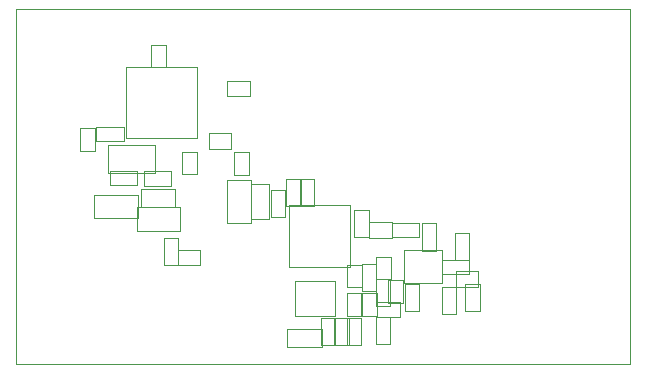
<source format=gbr>
G04 #@! TF.FileFunction,Other,User*
%FSLAX46Y46*%
G04 Gerber Fmt 4.6, Leading zero omitted, Abs format (unit mm)*
G04 Created by KiCad (PCBNEW 4.0.2+dfsg1-stable) date mar 08 gen 2019 08:49:04 CET*
%MOMM*%
G01*
G04 APERTURE LIST*
%ADD10C,0.100000*%
%ADD11C,0.050000*%
G04 APERTURE END LIST*
D10*
X173697120Y-70957440D02*
X121697120Y-70957440D01*
X173697120Y-100957440D02*
X173697120Y-70957440D01*
X121697120Y-100957440D02*
X173697120Y-100957440D01*
X121697120Y-70957440D02*
X121697120Y-100957440D01*
D11*
X160042240Y-93366960D02*
X157742240Y-93366960D01*
X160042240Y-92166960D02*
X157742240Y-92166960D01*
X160042240Y-93366960D02*
X160042240Y-92166960D01*
X157742240Y-93366960D02*
X157742240Y-92166960D01*
X141594140Y-88682300D02*
X141594140Y-85782300D01*
X143094140Y-88682300D02*
X143094140Y-85782300D01*
X141594140Y-88682300D02*
X143094140Y-88682300D01*
X141594140Y-85782300D02*
X143094140Y-85782300D01*
X135187202Y-87713456D02*
X132287202Y-87713456D01*
X135187202Y-86213456D02*
X132287202Y-86213456D01*
X135187202Y-87713456D02*
X135187202Y-86213456D01*
X132287202Y-87713456D02*
X132287202Y-86213456D01*
X156036720Y-91397280D02*
X156036720Y-89097280D01*
X157236720Y-91397280D02*
X157236720Y-89097280D01*
X156036720Y-91397280D02*
X157236720Y-91397280D01*
X156036720Y-89097280D02*
X157236720Y-89097280D01*
X144586400Y-87597440D02*
X144586400Y-85297440D01*
X145786400Y-87597440D02*
X145786400Y-85297440D01*
X144586400Y-87597440D02*
X145786400Y-87597440D01*
X144586400Y-85297440D02*
X145786400Y-85297440D01*
X144672960Y-98046920D02*
X147572960Y-98046920D01*
X144672960Y-99546920D02*
X147572960Y-99546920D01*
X144672960Y-98046920D02*
X144672960Y-99546920D01*
X147572960Y-98046920D02*
X147572960Y-99546920D01*
X145767500Y-87610140D02*
X145767500Y-85310140D01*
X146967500Y-87610140D02*
X146967500Y-85310140D01*
X145767500Y-87610140D02*
X146967500Y-87610140D01*
X145767500Y-85310140D02*
X146967500Y-85310140D01*
X150347120Y-90247840D02*
X150347120Y-87947840D01*
X151547120Y-90247840D02*
X151547120Y-87947840D01*
X150347120Y-90247840D02*
X151547120Y-90247840D01*
X150347120Y-87947840D02*
X151547120Y-87947840D01*
X150924820Y-97118600D02*
X150924820Y-99418600D01*
X149724820Y-97118600D02*
X149724820Y-99418600D01*
X150924820Y-97118600D02*
X149724820Y-97118600D01*
X150924820Y-99418600D02*
X149724820Y-99418600D01*
X149863100Y-97119780D02*
X149863100Y-99419780D01*
X148663100Y-97119780D02*
X148663100Y-99419780D01*
X149863100Y-97119780D02*
X148663100Y-97119780D01*
X149863100Y-99419780D02*
X148663100Y-99419780D01*
X150997360Y-94798340D02*
X150997360Y-92498340D01*
X152197360Y-94798340D02*
X152197360Y-92498340D01*
X150997360Y-94798340D02*
X152197360Y-94798340D01*
X150997360Y-92498340D02*
X152197360Y-92498340D01*
X153378460Y-97001760D02*
X153378460Y-99301760D01*
X152178460Y-97001760D02*
X152178460Y-99301760D01*
X153378460Y-97001760D02*
X152178460Y-97001760D01*
X153378460Y-99301760D02*
X152178460Y-99301760D01*
X152203860Y-96108980D02*
X152203860Y-93808980D01*
X153403860Y-96108980D02*
X153403860Y-93808980D01*
X152203860Y-96108980D02*
X153403860Y-96108980D01*
X152203860Y-93808980D02*
X153403860Y-93808980D01*
X148737880Y-97121140D02*
X148737880Y-99421140D01*
X147537880Y-97121140D02*
X147537880Y-99421140D01*
X148737880Y-97121140D02*
X147537880Y-97121140D01*
X148737880Y-99421140D02*
X147537880Y-99421140D01*
X139555980Y-89032300D02*
X139555980Y-85432300D01*
X141555980Y-89032300D02*
X141555980Y-85432300D01*
X139555980Y-89032300D02*
X141555980Y-89032300D01*
X139555980Y-85432300D02*
X141555980Y-85432300D01*
X143255440Y-88593400D02*
X143255440Y-86293400D01*
X144455440Y-88593400D02*
X144455440Y-86293400D01*
X143255440Y-88593400D02*
X144455440Y-88593400D01*
X143255440Y-86293400D02*
X144455440Y-86293400D01*
X155802980Y-90240220D02*
X153502980Y-90240220D01*
X155802980Y-89040220D02*
X153502980Y-89040220D01*
X155802980Y-90240220D02*
X155802980Y-89040220D01*
X153502980Y-90240220D02*
X153502980Y-89040220D01*
X158935980Y-94466840D02*
X158935980Y-96766840D01*
X157735980Y-94466840D02*
X157735980Y-96766840D01*
X158935980Y-94466840D02*
X157735980Y-94466840D01*
X158935980Y-96766840D02*
X157735980Y-96766840D01*
X154619400Y-96540780D02*
X154619400Y-94240780D01*
X155819400Y-96540780D02*
X155819400Y-94240780D01*
X154619400Y-96540780D02*
X155819400Y-96540780D01*
X154619400Y-94240780D02*
X155819400Y-94240780D01*
X135570222Y-89718596D02*
X131970222Y-89718596D01*
X135570222Y-87718596D02*
X131970222Y-87718596D01*
X135570222Y-89718596D02*
X135570222Y-87718596D01*
X131970222Y-89718596D02*
X131970222Y-87718596D01*
X158840880Y-92229220D02*
X158840880Y-89929220D01*
X160040880Y-92229220D02*
X160040880Y-89929220D01*
X158840880Y-92229220D02*
X160040880Y-92229220D01*
X158840880Y-89929220D02*
X160040880Y-89929220D01*
X134832682Y-85899756D02*
X132532682Y-85899756D01*
X134832682Y-84699756D02*
X132532682Y-84699756D01*
X134832682Y-85899756D02*
X134832682Y-84699756D01*
X132532682Y-85899756D02*
X132532682Y-84699756D01*
X160942580Y-94230620D02*
X160942580Y-96530620D01*
X159742580Y-94230620D02*
X159742580Y-96530620D01*
X160942580Y-94230620D02*
X159742580Y-94230620D01*
X160942580Y-96530620D02*
X159742580Y-96530620D01*
X131949602Y-85884516D02*
X129649602Y-85884516D01*
X131949602Y-84684516D02*
X129649602Y-84684516D01*
X131949602Y-85884516D02*
X131949602Y-84684516D01*
X129649602Y-85884516D02*
X129649602Y-84684516D01*
X128507962Y-80935476D02*
X130807962Y-80935476D01*
X128507962Y-82135476D02*
X130807962Y-82135476D01*
X128507962Y-80935476D02*
X128507962Y-82135476D01*
X130807962Y-80935476D02*
X130807962Y-82135476D01*
X134223200Y-92591080D02*
X134223200Y-90291080D01*
X135423200Y-92591080D02*
X135423200Y-90291080D01*
X134223200Y-92591080D02*
X135423200Y-92591080D01*
X134223200Y-90291080D02*
X135423200Y-90291080D01*
X132064840Y-86724260D02*
X132064840Y-88624260D01*
X132064840Y-88624260D02*
X128264840Y-88624260D01*
X128264840Y-88624260D02*
X128264840Y-86724260D01*
X128264840Y-86724260D02*
X132064840Y-86724260D01*
X150982440Y-92594620D02*
X150982440Y-94494620D01*
X149682440Y-92594620D02*
X149682440Y-94494620D01*
X150982440Y-92594620D02*
X149682440Y-92594620D01*
X150982440Y-94494620D02*
X149682440Y-94494620D01*
X153501980Y-90297840D02*
X151601980Y-90297840D01*
X153501980Y-88997840D02*
X151601980Y-88997840D01*
X153501980Y-90297840D02*
X153501980Y-88997840D01*
X151601980Y-90297840D02*
X151601980Y-88997840D01*
X160837500Y-94455820D02*
X158937500Y-94455820D01*
X160837500Y-93155820D02*
X158937500Y-93155820D01*
X160837500Y-94455820D02*
X160837500Y-93155820D01*
X158937500Y-94455820D02*
X158937500Y-93155820D01*
X154170840Y-97046620D02*
X152270840Y-97046620D01*
X154170840Y-95746620D02*
X152270840Y-95746620D01*
X154170840Y-97046620D02*
X154170840Y-95746620D01*
X152270840Y-97046620D02*
X152270840Y-95746620D01*
X150949900Y-96909320D02*
X150949900Y-95009320D01*
X152249900Y-96909320D02*
X152249900Y-95009320D01*
X150949900Y-96909320D02*
X152249900Y-96909320D01*
X150949900Y-95009320D02*
X152249900Y-95009320D01*
X153162240Y-95810340D02*
X153162240Y-93910340D01*
X154462240Y-95810340D02*
X154462240Y-93910340D01*
X153162240Y-95810340D02*
X154462240Y-95810340D01*
X153162240Y-93910340D02*
X154462240Y-93910340D01*
X129494382Y-82486056D02*
X133494382Y-82486056D01*
X129494382Y-84786056D02*
X133494382Y-84786056D01*
X129494382Y-82486056D02*
X129494382Y-84786056D01*
X133494382Y-82486056D02*
X133494382Y-84786056D01*
X152153860Y-93831260D02*
X152153860Y-91931260D01*
X153453860Y-93831260D02*
X153453860Y-91931260D01*
X152153860Y-93831260D02*
X153453860Y-93831260D01*
X152153860Y-91931260D02*
X153453860Y-91931260D01*
X139572540Y-77005420D02*
X141472540Y-77005420D01*
X139572540Y-78305420D02*
X141472540Y-78305420D01*
X139572540Y-77005420D02*
X139572540Y-78305420D01*
X141472540Y-77005420D02*
X141472540Y-78305420D01*
X137064362Y-83047156D02*
X137064362Y-84947156D01*
X135764362Y-83047156D02*
X135764362Y-84947156D01*
X137064362Y-83047156D02*
X135764362Y-83047156D01*
X137064362Y-84947156D02*
X135764362Y-84947156D01*
X141440782Y-83056896D02*
X141440782Y-84956896D01*
X140140782Y-83056896D02*
X140140782Y-84956896D01*
X141440782Y-83056896D02*
X140140782Y-83056896D01*
X141440782Y-84956896D02*
X140140782Y-84956896D01*
X139919602Y-82769676D02*
X138019602Y-82769676D01*
X139919602Y-81469676D02*
X138019602Y-81469676D01*
X139919602Y-82769676D02*
X139919602Y-81469676D01*
X138019602Y-82769676D02*
X138019602Y-81469676D01*
X137302280Y-92632100D02*
X135402280Y-92632100D01*
X137302280Y-91332100D02*
X135402280Y-91332100D01*
X137302280Y-92632100D02*
X137302280Y-91332100D01*
X135402280Y-92632100D02*
X135402280Y-91332100D01*
X128400422Y-81045216D02*
X128400422Y-82945216D01*
X127100422Y-81045216D02*
X127100422Y-82945216D01*
X128400422Y-81045216D02*
X127100422Y-81045216D01*
X128400422Y-82945216D02*
X127100422Y-82945216D01*
X149684980Y-96909320D02*
X149684980Y-95009320D01*
X150984980Y-96909320D02*
X150984980Y-95009320D01*
X149684980Y-96909320D02*
X150984980Y-96909320D01*
X149684980Y-95009320D02*
X150984980Y-95009320D01*
X133097362Y-75861156D02*
X133097362Y-73961156D01*
X134397362Y-75861156D02*
X134397362Y-73961156D01*
X133097362Y-75861156D02*
X134397362Y-75861156D01*
X133097362Y-73961156D02*
X134397362Y-73961156D01*
X157766820Y-94182200D02*
X157766820Y-91382200D01*
X154566820Y-91382200D02*
X154566820Y-94182200D01*
X154566820Y-91382200D02*
X157766820Y-91382200D01*
X154566820Y-94182200D02*
X157766820Y-94182200D01*
X148678340Y-96969940D02*
X148678340Y-93969940D01*
X148678340Y-93969940D02*
X145278340Y-93969940D01*
X145278340Y-93969940D02*
X145278340Y-96969940D01*
X145278340Y-96969940D02*
X148678340Y-96969940D01*
X149973180Y-92748380D02*
X149973180Y-87548380D01*
X144773180Y-92748380D02*
X144773180Y-87548380D01*
X149973180Y-92748380D02*
X144773180Y-92748380D01*
X149973180Y-87548380D02*
X144773180Y-87548380D01*
X136997722Y-81885156D02*
X136997722Y-75885156D01*
X130997722Y-81885156D02*
X130997722Y-75885156D01*
X136997722Y-81885156D02*
X130997722Y-81885156D01*
X136997722Y-75885156D02*
X130997722Y-75885156D01*
M02*

</source>
